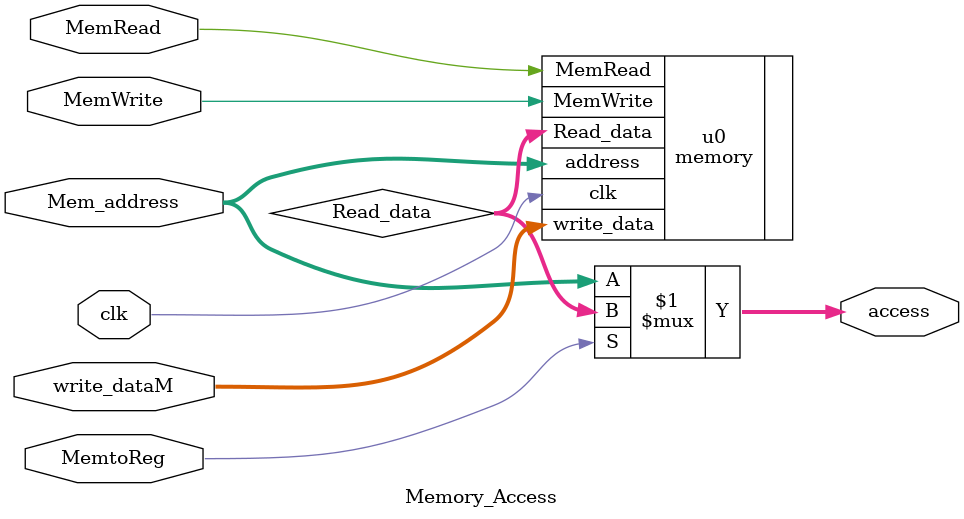
<source format=v>
`timescale 1ns/1ps

module Memory_Access (
    input clk,
    input MemtoReg,
    input [31:0] Mem_address,
    input [31:0] write_dataM,
    input MemWrite, 
    input MemRead,
    output [31:0] access
);
    wire [31:0] Read_data;

    memory u0 (
        .clk(clk),
        .address(Mem_address),
        .write_data(write_dataM),
        .MemWrite(MemWrite),
        .MemRead(MemRead),
        .Read_data(Read_data)
    );

    assign access = (MemtoReg) ? Read_data : Mem_address;
endmodule
</source>
